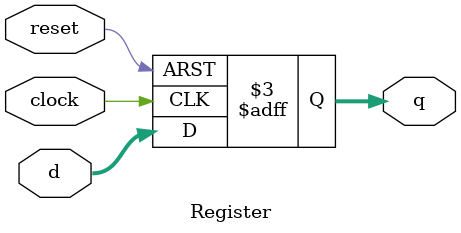
<source format=v>
module Register(clock, reset, d, q);
	
	parameter N = 4;
	
	input clock, reset;
	input [N-1:0] d;
	output reg [N-1:0] q;
	
	always @ (posedge clock or posedge reset)
	begin
		if(reset == 1)
			q <= {N{1'b0}};
		else
			q <= d;
	end
	
endmodule 
</source>
